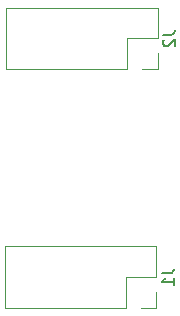
<source format=gbr>
From 2926e887c4360317809bd2a7eb4ad42290cfefe3 Mon Sep 17 00:00:00 2001
From: jaseg <git@jaseg.net>
Date: Fri, 2 Oct 2020 17:33:32 +0200
Subject: Initial commit

---
 .../gerber/dbg_connect_cable-B_SilkS.gbr           | 86 ++++++++++++++++++++++
 1 file changed, 86 insertions(+)
 create mode 100644 cable/dbg_connect_cable_90/gerber/dbg_connect_cable-B_SilkS.gbr

(limited to 'cable/dbg_connect_cable_90/gerber/dbg_connect_cable-B_SilkS.gbr')

diff --git a/cable/dbg_connect_cable_90/gerber/dbg_connect_cable-B_SilkS.gbr b/cable/dbg_connect_cable_90/gerber/dbg_connect_cable-B_SilkS.gbr
new file mode 100644
index 0000000..a48e080
--- /dev/null
+++ b/cable/dbg_connect_cable_90/gerber/dbg_connect_cable-B_SilkS.gbr
@@ -0,0 +1,86 @@
+%TF.GenerationSoftware,KiCad,Pcbnew,(5.99.0-2820-g96f4e8f6f)*%
+%TF.CreationDate,2020-10-02T17:31:36+02:00*%
+%TF.ProjectId,dbg_connect_cable,6462675f-636f-46e6-9e65-63745f636162,rev?*%
+%TF.SameCoordinates,Original*%
+%TF.FileFunction,Legend,Bot*%
+%TF.FilePolarity,Positive*%
+%FSLAX46Y46*%
+G04 Gerber Fmt 4.6, Leading zero omitted, Abs format (unit mm)*
+G04 Created by KiCad (PCBNEW (5.99.0-2820-g96f4e8f6f)) date 2020-10-02 17:31:36*
+%MOMM*%
+%LPD*%
+G01*
+G04 APERTURE LIST*
+%ADD10C,0.150000*%
+%ADD11C,0.120000*%
+G04 APERTURE END LIST*
+D10*
+%TO.C,J2*%
+X151782380Y-78696666D02*
+X152496666Y-78696666D01*
+X152639523Y-78649047D01*
+X152734761Y-78553809D01*
+X152782380Y-78410952D01*
+X152782380Y-78315714D01*
+X151877619Y-79125238D02*
+X151830000Y-79172857D01*
+X151782380Y-79268095D01*
+X151782380Y-79506190D01*
+X151830000Y-79601428D01*
+X151877619Y-79649047D01*
+X151972857Y-79696666D01*
+X152068095Y-79696666D01*
+X152210952Y-79649047D01*
+X152782380Y-79077619D01*
+X152782380Y-79696666D01*
+%TO.C,J1*%
+X151682380Y-98896666D02*
+X152396666Y-98896666D01*
+X152539523Y-98849047D01*
+X152634761Y-98753809D01*
+X152682380Y-98610952D01*
+X152682380Y-98515714D01*
+X152682380Y-99896666D02*
+X152682380Y-99325238D01*
+X152682380Y-99610952D02*
+X151682380Y-99610952D01*
+X151825238Y-99515714D01*
+X151920476Y-99420476D01*
+X151968095Y-99325238D01*
+D11*
+%TO.C,J2*%
+X148730000Y-81630000D02*
+X138510000Y-81630000D01*
+X151330000Y-81630000D02*
+X151330000Y-80300000D01*
+X148730000Y-79030000D02*
+X151330000Y-79030000D01*
+X151330000Y-76430000D02*
+X138510000Y-76430000D01*
+X151330000Y-79030000D02*
+X151330000Y-76430000D01*
+X150000000Y-81630000D02*
+X151330000Y-81630000D01*
+X138510000Y-81630000D02*
+X138510000Y-76430000D01*
+X148730000Y-81630000D02*
+X148730000Y-79030000D01*
+%TO.C,J1*%
+X148630000Y-101830000D02*
+X138410000Y-101830000D01*
+X148630000Y-101830000D02*
+X148630000Y-99230000D01*
+X151230000Y-99230000D02*
+X151230000Y-96630000D01*
+X151230000Y-101830000D02*
+X151230000Y-100500000D01*
+X148630000Y-99230000D02*
+X151230000Y-99230000D01*
+X149900000Y-101830000D02*
+X151230000Y-101830000D01*
+X151230000Y-96630000D02*
+X138410000Y-96630000D01*
+X138410000Y-101830000D02*
+X138410000Y-96630000D01*
+%TD*%
+M02*
-- 
cgit 


</source>
